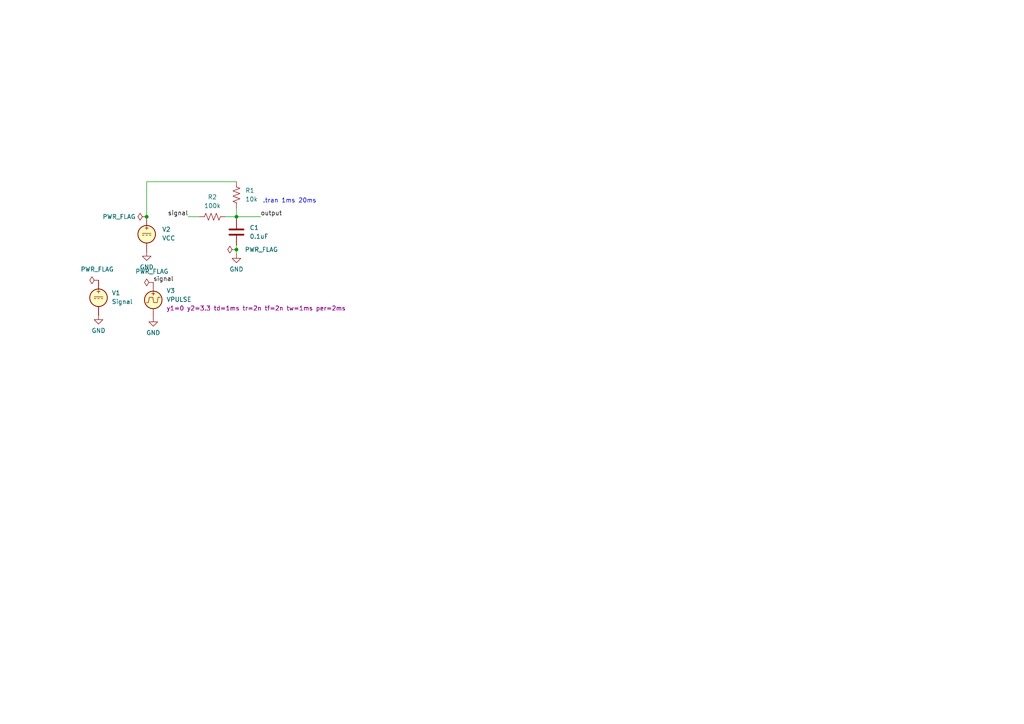
<source format=kicad_sch>
(kicad_sch (version 20230121) (generator eeschema)
  (paper "A4")
  (lib_symbols
    (symbol "Device:C" (pin_numbers hide) (pin_names (offset 0.254))
      (property "Reference" "C" (at 0.635 2.54 0))
      (property "Value" "C" (at 0.635 -2.54 0))
      (symbol "C_0_1"
        (polyline (pts (xy -2.032 -0.762) (xy 2.032 -0.762)) (stroke (width 0.508)))
        (polyline (pts (xy -2.032 0.762) (xy 2.032 0.762)) (stroke (width 0.508)))
      )
      (symbol "C_1_1"
        (pin passive line (at 0 3.81 270) (length 2.794) (name "~") (number "1"))
        (pin passive line (at 0 -3.81 90) (length 2.794) (name "~") (number "2"))
      )
    )
    (symbol "Device:R_US" (pin_numbers hide) (pin_names (offset 0))
      (property "Reference" "R" (at 2.54 0 90))
      (property "Value" "R_US" (at -2.54 0 90))
      (symbol "R_US_0_1"
        (polyline (pts (xy 0 -2.286) (xy 0 -2.54)))
        (polyline (pts (xy 0 2.286) (xy 0 2.54)))
        (polyline (pts (xy 0 -0.762) (xy 1.016 -1.143) (xy 0 -1.524) (xy -1.016 -1.905) (xy 0 -2.286)))
        (polyline (pts (xy 0 0.762) (xy 1.016 0.381) (xy 0 0) (xy -1.016 -0.381) (xy 0 -0.762)))
        (polyline (pts (xy 0 2.286) (xy 1.016 1.905) (xy 0 1.524) (xy -1.016 1.143) (xy 0 0.762)))
      )
      (symbol "R_US_1_1"
        (pin passive line (at 0 3.81 270) (length 1.27) (name "~") (number "1"))
        (pin passive line (at 0 -3.81 90) (length 1.27) (name "~") (number "2"))
      )
    )
    (symbol "Simulation_SPICE:VDC" (pin_numbers hide) (pin_names (offset 0.0254))
      (property "Reference" "V" (at 2.54 2.54 0))
      (property "Value" "1" (at 2.54 0 0))
      (symbol "VDC_0_0"
        (polyline (pts (xy -1.27 0.254) (xy 1.27 0.254)))
        (polyline (pts (xy -0.762 -0.254) (xy -1.27 -0.254)))
        (polyline (pts (xy 0.254 -0.254) (xy -0.254 -0.254)))
        (polyline (pts (xy 1.27 -0.254) (xy 0.762 -0.254)))
        (text "+" (at 0 1.905 0) (effects (font (size 1.27 1.27))))
      )
      (symbol "VDC_0_1"
        (circle (center 0 0) (radius 2.54) (stroke (width 0.254)) (fill (type background)))
      )
      (symbol "VDC_1_1"
        (pin passive line (at 0 5.08 270) (length 2.54) (name "~") (number "1"))
        (pin passive line (at 0 -5.08 90) (length 2.54) (name "~") (number "2"))
      )
    )
    (symbol "Simulation_SPICE:VPULSE" (pin_numbers hide) (pin_names (offset 0.0254))
      (property "Reference" "V" (at 2.54 2.54 0))
      (property "Value" "VPULSE" (at 2.54 0 0))
      (property "Sim.Params" "y1=0 y2=1 td=2n tr=2n tf=2n tw=50n per=100n" (at 2.54 -2.54 0))
      (symbol "VPULSE_0_0"
        (polyline (pts (xy -2.032 -0.762) (xy -1.397 -0.762) (xy -1.143 0.762) (xy -0.127 0.762) (xy 0.127 -0.762) (xy 1.143 -0.762) (xy 1.397 0.762) (xy 2.032 0.762)))
        (text "+" (at 0 1.905 0) (effects (font (size 1.27 1.27))))
      )
      (symbol "VPULSE_0_1"
        (circle (center 0 0) (radius 2.54) (stroke (width 0.254)) (fill (type background)))
      )
      (symbol "VPULSE_1_1"
        (pin passive line (at 0 5.08 270) (length 2.54) (name "~") (number "1"))
        (pin passive line (at 0 -5.08 90) (length 2.54) (name "~") (number "2"))
      )
    )
    (symbol "power:GND" (power) (pin_names (offset 0))
      (property "Value" "GND" (at 0 -3.81 0))
      (symbol "GND_0_1"
        (polyline (pts (xy 0 0) (xy 0 -1.27) (xy 1.27 -1.27) (xy 0 -2.54) (xy -1.27 -1.27) (xy 0 -1.27)))
      )
      (symbol "GND_1_1"
        (pin power_in line (at 0 0 270) (length 0) hide (name "GND") (number "1"))
      )
    )
    (symbol "power:PWR_FLAG" (power) (pin_numbers hide) (pin_names (offset 0) hide)
      (property "Value" "PWR_FLAG" (at 0 3.81 0))
      (symbol "PWR_FLAG_0_0"
        (pin power_out line (at 0 0 90) (length 0) (name "pwr") (number "1"))
      )
      (symbol "PWR_FLAG_0_1"
        (polyline (pts (xy 0 0) (xy 0 1.27) (xy -1.016 1.905) (xy 0 2.54) (xy 1.016 1.905) (xy 0 1.27)))
      )
    )
  )
  (junction (at 68.58 62.865))
  (junction (at 42.545 62.865))
  (junction (at 68.58 72.39))
  (wire (pts (xy 68.58 60.325) (xy 68.58 62.865)))
  (wire (pts (xy 54.61 62.865) (xy 57.785 62.865)))
  (wire (pts (xy 68.58 52.705) (xy 42.545 52.705)))
  (wire (pts (xy 68.58 71.12) (xy 68.58 72.39)))
  (wire (pts (xy 68.58 62.865) (xy 68.58 63.5)))
  (wire (pts (xy 42.545 52.705) (xy 42.545 62.865)))
  (wire (pts (xy 65.405 62.865) (xy 68.58 62.865)))
  (wire (pts (xy 68.58 62.865) (xy 75.565 62.865)))
  (wire (pts (xy 68.58 72.39) (xy 68.58 73.66)))
  (text ".tran 1ms 20ms" (at 76.2 59.055 0) (effects (font (size 1.27 1.27)) (justify left bottom)))
  (label "signal" (at 54.61 62.865 180))
  (label "output" (at 75.565 62.865 0))
  (label "signal" (at 44.45 81.915 0))
  (symbol (lib_id "power:PWR_FLAG") (at 68.58 72.39 90) (unit 1)
    (property "Reference" "#FLG03" (effects hide))
    (property "Value" "PWR_FLAG" (at 80.645 72.39 90) (effects (justify left)))
  )
  (symbol (lib_id "Device:R_US") (at 68.58 56.515 180) (unit 1)
    (property "Reference" "R1" (at 71.12 55.245 0) (effects (justify right)))
    (property "Value" "10k" (at 71.12 57.785 0) (effects (justify right)))
  )
  (symbol (lib_id "power:PWR_FLAG") (at 28.575 81.28 90) (unit 1)
    (property "Reference" "#FLG02" (effects hide))
    (property "Value" "PWR_FLAG" (at 33.02 78.105 90) (effects (justify left)))
  )
  (symbol (lib_id "power:GND") (at 28.575 91.44 0) (unit 1)
    (property "Reference" "#PWR01" (effects hide))
    (property "Value" "GND" (at 28.575 95.885 0))
  )
  (symbol (lib_id "power:PWR_FLAG") (at 42.545 62.865 90) (unit 1)
    (property "Reference" "#FLG01" (effects hide))
    (property "Value" "PWR_FLAG" (at 39.37 62.865 90) (effects (justify left)))
  )
  (symbol (lib_id "power:GND") (at 44.45 92.075 0) (unit 1)
    (property "Reference" "#PWR04" (effects hide))
    (property "Value" "GND" (at 44.45 96.52 0))
  )
  (symbol (lib_id "Simulation_SPICE:VDC") (at 28.575 86.36 0) (unit 1)
    (property "Reference" "V1" (at 32.385 84.9602 0) (effects (justify left)))
    (property "Value" "Signal" (at 32.385 87.5002 0) (effects (justify left)))
    (property "Sim.Pins" "1=+ 2=-" (effects hide))
    (property "Sim.Type" "DC" (effects hide))
    (property "Sim.Device" "V" (effects hide))
    (property "Sim.Params" "dc=3.3V" (effects hide))
  )
  (symbol (lib_id "Simulation_SPICE:VDC") (at 42.545 67.945 0) (unit 1)
    (property "Reference" "V2" (at 46.99 66.5452 0) (effects (justify left)))
    (property "Value" "VCC" (at 46.99 69.0852 0) (effects (justify left)))
    (property "Sim.Pins" "1=+ 2=-" (effects hide))
    (property "Sim.Type" "DC" (effects hide))
    (property "Sim.Device" "V" (effects hide))
    (property "Sim.Params" "dc=3.3" (effects hide))
  )
  (symbol (lib_id "Device:R_US") (at 61.595 62.865 270) (unit 1)
    (property "Reference" "R2" (at 61.595 57.15 90))
    (property "Value" "100k" (at 61.595 59.69 90))
  )
  (symbol (lib_id "power:GND") (at 68.58 73.66 0) (unit 1)
    (property "Reference" "#PWR03" (effects hide))
    (property "Value" "GND" (at 68.58 78.105 0))
  )
  (symbol (lib_id "Simulation_SPICE:VPULSE") (at 44.45 86.995 0) (unit 1)
    (property "Reference" "V3" (at 48.26 84.3252 0) (effects (justify left)))
    (property "Value" "VPULSE" (at 48.26 86.8652 0) (effects (justify left)))
    (property "Sim.Pins" "1=+ 2=-" (effects hide))
    (property "Sim.Type" "PULSE" (effects hide))
    (property "Sim.Device" "V" (effects hide))
    (property "Sim.Params" "y1=0 y2=3.3 td=1ms tr=2n tf=2n tw=1ms per=2ms" (at 48.26 89.4052 0) (effects (justify left)))
  )
  (symbol (lib_id "Device:C") (at 68.58 67.31 0) (unit 1)
    (property "Reference" "C1" (at 72.39 66.04 0) (effects (justify left)))
    (property "Value" "0.1uF" (at 72.39 68.58 0) (effects (justify left)))
    (property "Sim.Device" "C" (effects hide))
    (property "Sim.Pins" "1=+ 2=-" (effects hide))
  )
  (symbol (lib_id "power:GND") (at 42.545 73.025 0) (unit 1)
    (property "Reference" "#PWR02" (effects hide))
    (property "Value" "GND" (at 42.545 77.47 0))
  )
  (symbol (lib_id "power:PWR_FLAG") (at 44.45 81.915 90) (unit 1)
    (property "Reference" "#FLG04" (effects hide))
    (property "Value" "PWR_FLAG" (at 48.895 78.74 90) (effects (justify left)))
  )
)
</source>
